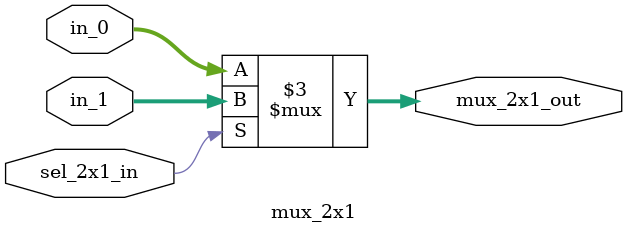
<source format=sv>
module mux_2x1 #(
        parameter WIDTH = 16
    )
    (
        input logic [WIDTH - 1:0] in_1, in_0,
        input logic sel_2x1_in,
        output logic [WIDTH - 1:0] mux_2x1_out
    );

    always_comb
    begin
        if(sel_2x1_in)
            mux_2x1_out <= in_1;
        else
            mux_2x1_out <= in_0;
    end
endmodule

</source>
